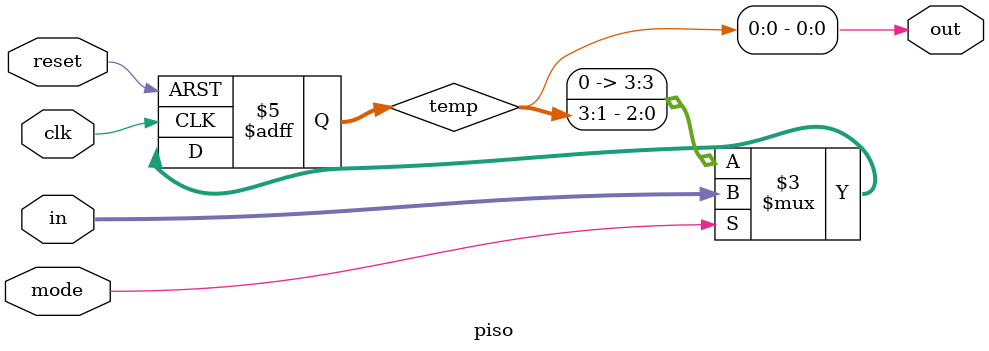
<source format=v>
module piso(input clk, reset, mode, input [3:0] in, output out);
  reg [3:0] temp;
  
  assign out = temp[0]; // The output is the least significant bit of temp
  
  always @(posedge clk or posedge reset) begin
    if (reset)
      temp <= 0;
    else begin
      if (mode)
        temp <= in; // Parallel load when mode is high
      else
        temp <= {1'b0, temp[3:1]}; // Shift right when mode is low
    end
  end
endmodule

</source>
